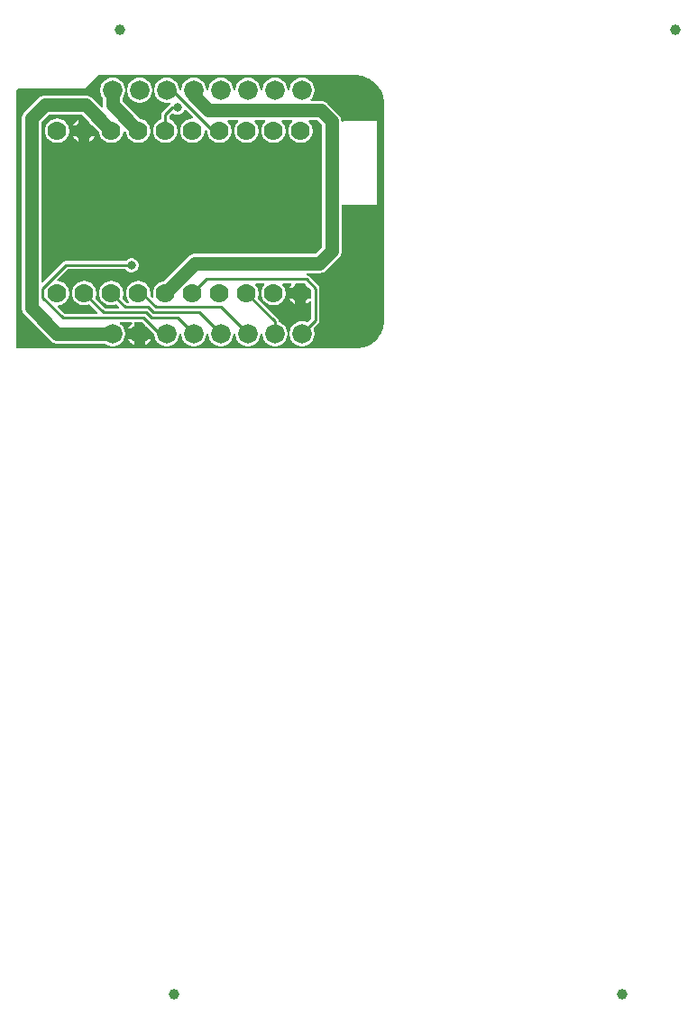
<source format=gtl>
G04 Layer: TopLayer*
G04 EasyEDA v6.4.25, 2021-10-09T00:25:21+02:00*
G04 2177c25503544fa0b13e01c7088fd064,4245c91a3b6e4cf7aa995480f5c7e4a3,10*
G04 Gerber Generator version 0.2*
G04 Scale: 100 percent, Rotated: No, Reflected: No *
G04 Dimensions in millimeters *
G04 leading zeros omitted , absolute positions ,4 integer and 5 decimal *
%FSLAX45Y45*%
%MOMM*%

%ADD11C,1.3000*%
%ADD12C,0.2500*%
%ADD13C,0.8000*%
%ADD14C,0.7000*%
%ADD15C,1.0000*%
%ADD16C,1.7780*%
%ADD17C,1.8288*%

%LPD*%
G36*
X734568Y17209008D02*
G01*
X730656Y17209770D01*
X727405Y17212005D01*
X725170Y17215256D01*
X724408Y17219168D01*
X724408Y19636232D01*
X725170Y19640143D01*
X727405Y19643394D01*
X730656Y19645630D01*
X734568Y19646392D01*
X1345793Y19646392D01*
X1349603Y19646696D01*
X1356664Y19648728D01*
X1361541Y19651472D01*
X1364792Y19654266D01*
X1480972Y19770394D01*
X1484274Y19772630D01*
X1488135Y19773392D01*
X3903472Y19773392D01*
X3909669Y19773950D01*
X3925620Y19773290D01*
X3946956Y19770699D01*
X3968089Y19766483D01*
X3988765Y19760641D01*
X4008932Y19753122D01*
X4028490Y19744131D01*
X4047236Y19733564D01*
X4065117Y19721576D01*
X4081983Y19708215D01*
X4097782Y19693585D01*
X4112361Y19677786D01*
X4125671Y19660870D01*
X4137558Y19642937D01*
X4148074Y19624141D01*
X4157065Y19604634D01*
X4164482Y19584416D01*
X4170273Y19563689D01*
X4174439Y19542556D01*
X4176928Y19521220D01*
X4177792Y19499427D01*
X4177792Y17483785D01*
X4176877Y17461179D01*
X4174337Y17439843D01*
X4170070Y17418710D01*
X4164228Y17398034D01*
X4156760Y17377867D01*
X4147718Y17358309D01*
X4137151Y17339564D01*
X4125163Y17321682D01*
X4111853Y17304816D01*
X4097223Y17289018D01*
X4081373Y17274438D01*
X4064457Y17261128D01*
X4046575Y17249241D01*
X4027779Y17238726D01*
X4008221Y17229734D01*
X3988003Y17222317D01*
X3967276Y17216526D01*
X3946194Y17212360D01*
X3924808Y17209871D01*
X3903014Y17209008D01*
G37*

%LPC*%
G36*
X1931670Y17243298D02*
G01*
X1936140Y17245380D01*
X1948586Y17253254D01*
X1959914Y17262652D01*
X1970024Y17273422D01*
X1978660Y17285309D01*
X1984603Y17296130D01*
X1931670Y17296130D01*
G37*
G36*
X1625600Y17230852D02*
G01*
X1640281Y17231817D01*
X1654759Y17234560D01*
X1668780Y17239132D01*
X1682140Y17245380D01*
X1694586Y17253254D01*
X1705914Y17262652D01*
X1716024Y17273422D01*
X1724660Y17285309D01*
X1731772Y17298263D01*
X1737207Y17311928D01*
X1740865Y17326203D01*
X1742693Y17340834D01*
X1742693Y17355566D01*
X1740865Y17370196D01*
X1737207Y17384471D01*
X1731772Y17398136D01*
X1724660Y17411090D01*
X1716024Y17422977D01*
X1705914Y17433747D01*
X1698701Y17439690D01*
X1696110Y17442891D01*
X1695043Y17446904D01*
X1695602Y17450968D01*
X1697786Y17454473D01*
X1701139Y17456861D01*
X1705203Y17457674D01*
X1799996Y17457674D01*
X1804060Y17456861D01*
X1807413Y17454473D01*
X1809597Y17450968D01*
X1810156Y17446904D01*
X1809089Y17442891D01*
X1806498Y17439690D01*
X1799285Y17433747D01*
X1789175Y17422977D01*
X1780539Y17411090D01*
X1774596Y17400270D01*
X1827530Y17400270D01*
X1827530Y17447514D01*
X1828292Y17451425D01*
X1830527Y17454727D01*
X1833778Y17456912D01*
X1837689Y17457674D01*
X1898650Y17457674D01*
X1902561Y17456912D01*
X1905863Y17454727D01*
X1928672Y17431867D01*
X1930907Y17428565D01*
X1931670Y17424704D01*
X1931670Y17400270D01*
X1956104Y17400270D01*
X1959965Y17399508D01*
X1963267Y17397272D01*
X2013559Y17346980D01*
X2015540Y17344288D01*
X2016455Y17341088D01*
X2018334Y17326203D01*
X2021992Y17311928D01*
X2027428Y17298263D01*
X2034539Y17285309D01*
X2043175Y17273422D01*
X2053285Y17262652D01*
X2064613Y17253254D01*
X2077059Y17245380D01*
X2090420Y17239132D01*
X2104440Y17234560D01*
X2118918Y17231817D01*
X2133600Y17230852D01*
X2148281Y17231817D01*
X2162759Y17234560D01*
X2176780Y17239132D01*
X2190140Y17245380D01*
X2202586Y17253254D01*
X2213914Y17262652D01*
X2224024Y17273422D01*
X2232660Y17285309D01*
X2239772Y17298263D01*
X2245207Y17311928D01*
X2248865Y17326203D01*
X2250541Y17339462D01*
X2251862Y17343374D01*
X2254707Y17346422D01*
X2258517Y17348098D01*
X2262682Y17348098D01*
X2266492Y17346422D01*
X2269337Y17343374D01*
X2270658Y17339462D01*
X2272334Y17326203D01*
X2275992Y17311928D01*
X2281428Y17298263D01*
X2288540Y17285309D01*
X2297176Y17273422D01*
X2307285Y17262652D01*
X2318613Y17253254D01*
X2331059Y17245380D01*
X2344420Y17239132D01*
X2358440Y17234560D01*
X2372918Y17231817D01*
X2387600Y17230852D01*
X2402281Y17231817D01*
X2416759Y17234560D01*
X2430780Y17239132D01*
X2444140Y17245380D01*
X2456586Y17253254D01*
X2467914Y17262652D01*
X2478024Y17273422D01*
X2486660Y17285309D01*
X2493772Y17298263D01*
X2499207Y17311928D01*
X2502865Y17326203D01*
X2504541Y17339462D01*
X2505862Y17343374D01*
X2508707Y17346422D01*
X2512517Y17348098D01*
X2516682Y17348098D01*
X2520492Y17346422D01*
X2523337Y17343374D01*
X2524658Y17339462D01*
X2526334Y17326203D01*
X2529992Y17311928D01*
X2535428Y17298263D01*
X2542540Y17285309D01*
X2551176Y17273422D01*
X2561285Y17262652D01*
X2572613Y17253254D01*
X2585059Y17245380D01*
X2598420Y17239132D01*
X2612440Y17234560D01*
X2626918Y17231817D01*
X2641600Y17230852D01*
X2656281Y17231817D01*
X2670759Y17234560D01*
X2684780Y17239132D01*
X2698140Y17245380D01*
X2710586Y17253254D01*
X2721914Y17262652D01*
X2732024Y17273422D01*
X2740660Y17285309D01*
X2747772Y17298263D01*
X2753207Y17311928D01*
X2756865Y17326203D01*
X2758541Y17339462D01*
X2759862Y17343374D01*
X2762707Y17346422D01*
X2766517Y17348098D01*
X2770682Y17348098D01*
X2774492Y17346422D01*
X2777337Y17343374D01*
X2778658Y17339462D01*
X2780334Y17326203D01*
X2783992Y17311928D01*
X2789428Y17298263D01*
X2796540Y17285309D01*
X2805176Y17273422D01*
X2815285Y17262652D01*
X2826613Y17253254D01*
X2839059Y17245380D01*
X2852420Y17239132D01*
X2866440Y17234560D01*
X2880918Y17231817D01*
X2895600Y17230852D01*
X2910281Y17231817D01*
X2924759Y17234560D01*
X2938780Y17239132D01*
X2952140Y17245380D01*
X2964586Y17253254D01*
X2975914Y17262652D01*
X2986024Y17273422D01*
X2994660Y17285309D01*
X3001772Y17298263D01*
X3007207Y17311928D01*
X3010865Y17326203D01*
X3012541Y17339462D01*
X3013862Y17343374D01*
X3016707Y17346422D01*
X3020517Y17348098D01*
X3024682Y17348098D01*
X3028492Y17346422D01*
X3031337Y17343374D01*
X3032658Y17339462D01*
X3034334Y17326203D01*
X3037992Y17311928D01*
X3043428Y17298263D01*
X3050540Y17285309D01*
X3059176Y17273422D01*
X3069285Y17262652D01*
X3080613Y17253254D01*
X3093059Y17245380D01*
X3106420Y17239132D01*
X3120440Y17234560D01*
X3134918Y17231817D01*
X3149600Y17230852D01*
X3164281Y17231817D01*
X3178759Y17234560D01*
X3192780Y17239132D01*
X3206140Y17245380D01*
X3218586Y17253254D01*
X3229914Y17262652D01*
X3240024Y17273422D01*
X3248660Y17285309D01*
X3255772Y17298263D01*
X3261207Y17311928D01*
X3264865Y17326203D01*
X3266541Y17339462D01*
X3267862Y17343374D01*
X3270707Y17346422D01*
X3274517Y17348098D01*
X3278682Y17348098D01*
X3282492Y17346422D01*
X3285337Y17343374D01*
X3286658Y17339462D01*
X3288334Y17326203D01*
X3291992Y17311928D01*
X3297428Y17298263D01*
X3304540Y17285309D01*
X3313176Y17273422D01*
X3323285Y17262652D01*
X3334613Y17253254D01*
X3347059Y17245380D01*
X3360420Y17239132D01*
X3374440Y17234560D01*
X3388918Y17231817D01*
X3403600Y17230852D01*
X3418281Y17231817D01*
X3432759Y17234560D01*
X3446779Y17239132D01*
X3460140Y17245380D01*
X3472586Y17253254D01*
X3483914Y17262652D01*
X3494024Y17273422D01*
X3502660Y17285309D01*
X3509772Y17298263D01*
X3515207Y17311928D01*
X3518865Y17326203D01*
X3520694Y17340834D01*
X3520694Y17355566D01*
X3518865Y17370196D01*
X3515207Y17384471D01*
X3511702Y17393310D01*
X3510991Y17397171D01*
X3511753Y17400981D01*
X3513937Y17404232D01*
X3558235Y17448530D01*
X3563315Y17454727D01*
X3566871Y17461331D01*
X3569055Y17468545D01*
X3569817Y17476520D01*
X3569817Y17771770D01*
X3569055Y17779746D01*
X3566871Y17786959D01*
X3563315Y17793563D01*
X3558235Y17799761D01*
X3470757Y17887238D01*
X3464560Y17892369D01*
X3457905Y17895874D01*
X3451606Y17897805D01*
X3447999Y17899786D01*
X3445459Y17902986D01*
X3444392Y17906949D01*
X3445001Y17911013D01*
X3447135Y17914518D01*
X3450539Y17916855D01*
X3454552Y17917668D01*
X3568446Y17917668D01*
X3578148Y17918176D01*
X3590391Y17920309D01*
X3593033Y17921020D01*
X3604768Y17925135D01*
X3615791Y17930825D01*
X3623767Y17936260D01*
X3625951Y17937988D01*
X3633165Y17944490D01*
X3747109Y18058434D01*
X3753612Y18065648D01*
X3755339Y18067832D01*
X3760774Y18075808D01*
X3766464Y18086832D01*
X3770579Y18098566D01*
X3771290Y18101208D01*
X3773424Y18113451D01*
X3773932Y18123154D01*
X3773932Y18547334D01*
X3774846Y18551550D01*
X3777487Y18555055D01*
X3781298Y18557087D01*
X3785666Y18557341D01*
X3791965Y18554700D01*
X4107434Y18554700D01*
X4108450Y18555716D01*
X4108450Y19341084D01*
X4107434Y19342100D01*
X3791965Y19342100D01*
X3785565Y19339204D01*
X3781348Y19339306D01*
X3777538Y19341084D01*
X3774795Y19344284D01*
X3773576Y19348297D01*
X3773068Y19354495D01*
X3771290Y19363791D01*
X3770579Y19366433D01*
X3766464Y19378168D01*
X3760774Y19389191D01*
X3755339Y19397167D01*
X3753612Y19399351D01*
X3747109Y19406565D01*
X3645865Y19507809D01*
X3638651Y19514312D01*
X3636467Y19516039D01*
X3628491Y19521474D01*
X3617468Y19527164D01*
X3605733Y19531279D01*
X3603091Y19531990D01*
X3590848Y19534124D01*
X3581146Y19534632D01*
X3494176Y19534632D01*
X3490366Y19535343D01*
X3487064Y19537527D01*
X3484879Y19540728D01*
X3484016Y19544538D01*
X3484727Y19548398D01*
X3486759Y19551700D01*
X3494024Y19559422D01*
X3502660Y19571309D01*
X3509772Y19584263D01*
X3515207Y19597928D01*
X3518865Y19612203D01*
X3520694Y19626834D01*
X3520694Y19641566D01*
X3518865Y19656196D01*
X3515207Y19670471D01*
X3509772Y19684136D01*
X3502660Y19697090D01*
X3494024Y19708977D01*
X3483914Y19719747D01*
X3472586Y19729145D01*
X3460140Y19737019D01*
X3446779Y19743267D01*
X3432759Y19747839D01*
X3418281Y19750582D01*
X3403600Y19751548D01*
X3388918Y19750582D01*
X3374440Y19747839D01*
X3360420Y19743267D01*
X3347059Y19737019D01*
X3334613Y19729145D01*
X3323285Y19719747D01*
X3313176Y19708977D01*
X3304540Y19697090D01*
X3297428Y19684136D01*
X3291992Y19670471D01*
X3288334Y19656196D01*
X3286658Y19642937D01*
X3285337Y19639026D01*
X3282492Y19635978D01*
X3278682Y19634301D01*
X3274517Y19634301D01*
X3270707Y19635978D01*
X3267862Y19639026D01*
X3266541Y19642937D01*
X3264865Y19656196D01*
X3261207Y19670471D01*
X3255772Y19684136D01*
X3248660Y19697090D01*
X3240024Y19708977D01*
X3229914Y19719747D01*
X3218586Y19729145D01*
X3206140Y19737019D01*
X3192780Y19743267D01*
X3178759Y19747839D01*
X3164281Y19750582D01*
X3149600Y19751548D01*
X3134918Y19750582D01*
X3120440Y19747839D01*
X3106420Y19743267D01*
X3093059Y19737019D01*
X3080613Y19729145D01*
X3069285Y19719747D01*
X3059176Y19708977D01*
X3050540Y19697090D01*
X3043428Y19684136D01*
X3037992Y19670471D01*
X3034334Y19656196D01*
X3032658Y19642937D01*
X3031337Y19639026D01*
X3028492Y19635978D01*
X3024682Y19634301D01*
X3020517Y19634301D01*
X3016707Y19635978D01*
X3013862Y19639026D01*
X3012541Y19642937D01*
X3010865Y19656196D01*
X3007207Y19670471D01*
X3001772Y19684136D01*
X2994660Y19697090D01*
X2986024Y19708977D01*
X2975914Y19719747D01*
X2964586Y19729145D01*
X2952140Y19737019D01*
X2938780Y19743267D01*
X2924759Y19747839D01*
X2910281Y19750582D01*
X2895600Y19751548D01*
X2880918Y19750582D01*
X2866440Y19747839D01*
X2852420Y19743267D01*
X2839059Y19737019D01*
X2826613Y19729145D01*
X2815285Y19719747D01*
X2805176Y19708977D01*
X2796540Y19697090D01*
X2789428Y19684136D01*
X2783992Y19670471D01*
X2780334Y19656196D01*
X2778658Y19642937D01*
X2777337Y19639026D01*
X2774492Y19635978D01*
X2770682Y19634301D01*
X2766517Y19634301D01*
X2762707Y19635978D01*
X2759862Y19639026D01*
X2758541Y19642937D01*
X2756865Y19656196D01*
X2753207Y19670471D01*
X2747772Y19684136D01*
X2740660Y19697090D01*
X2732024Y19708977D01*
X2721914Y19719747D01*
X2710586Y19729145D01*
X2698140Y19737019D01*
X2684780Y19743267D01*
X2670759Y19747839D01*
X2656281Y19750582D01*
X2641600Y19751548D01*
X2626918Y19750582D01*
X2612440Y19747839D01*
X2598420Y19743267D01*
X2585059Y19737019D01*
X2572613Y19729145D01*
X2561285Y19719747D01*
X2551176Y19708977D01*
X2542540Y19697090D01*
X2535428Y19684136D01*
X2529992Y19670471D01*
X2526334Y19656196D01*
X2524658Y19642937D01*
X2523337Y19639026D01*
X2520492Y19635978D01*
X2516682Y19634301D01*
X2512517Y19634301D01*
X2508707Y19635978D01*
X2505862Y19639026D01*
X2504541Y19642937D01*
X2502865Y19656196D01*
X2499207Y19670471D01*
X2493772Y19684136D01*
X2486660Y19697090D01*
X2478024Y19708977D01*
X2467914Y19719747D01*
X2456586Y19729145D01*
X2444140Y19737019D01*
X2430780Y19743267D01*
X2416759Y19747839D01*
X2402281Y19750582D01*
X2387600Y19751548D01*
X2372918Y19750582D01*
X2358440Y19747839D01*
X2344420Y19743267D01*
X2331059Y19737019D01*
X2318613Y19729145D01*
X2307285Y19719747D01*
X2297176Y19708977D01*
X2288540Y19697090D01*
X2281428Y19684136D01*
X2275992Y19670471D01*
X2272334Y19656196D01*
X2270658Y19642937D01*
X2269337Y19639026D01*
X2266492Y19635978D01*
X2262682Y19634301D01*
X2258517Y19634301D01*
X2254707Y19635978D01*
X2251862Y19639026D01*
X2250541Y19642937D01*
X2248865Y19656196D01*
X2245207Y19670471D01*
X2239772Y19684136D01*
X2232660Y19697090D01*
X2224024Y19708977D01*
X2213914Y19719747D01*
X2202586Y19729145D01*
X2190140Y19737019D01*
X2176780Y19743267D01*
X2162759Y19747839D01*
X2148281Y19750582D01*
X2133600Y19751548D01*
X2118918Y19750582D01*
X2104440Y19747839D01*
X2090420Y19743267D01*
X2077059Y19737019D01*
X2064613Y19729145D01*
X2053285Y19719747D01*
X2043175Y19708977D01*
X2034539Y19697090D01*
X2027428Y19684136D01*
X2021992Y19670471D01*
X2018334Y19656196D01*
X2016658Y19642937D01*
X2015337Y19639026D01*
X2012492Y19635978D01*
X2008682Y19634301D01*
X2004517Y19634301D01*
X2000707Y19635978D01*
X1997862Y19639026D01*
X1996541Y19642937D01*
X1994865Y19656196D01*
X1991207Y19670471D01*
X1985772Y19684136D01*
X1978660Y19697090D01*
X1970024Y19708977D01*
X1959914Y19719747D01*
X1948586Y19729145D01*
X1936140Y19737019D01*
X1922780Y19743267D01*
X1908759Y19747839D01*
X1894281Y19750582D01*
X1879600Y19751548D01*
X1864918Y19750582D01*
X1850440Y19747839D01*
X1836420Y19743267D01*
X1823059Y19737019D01*
X1810613Y19729145D01*
X1799285Y19719747D01*
X1789175Y19708977D01*
X1780539Y19697090D01*
X1773428Y19684136D01*
X1767992Y19670471D01*
X1764334Y19656196D01*
X1762658Y19642937D01*
X1761337Y19639026D01*
X1758492Y19635978D01*
X1754682Y19634301D01*
X1750517Y19634301D01*
X1746707Y19635978D01*
X1743862Y19639026D01*
X1742541Y19642937D01*
X1740865Y19656196D01*
X1737207Y19670471D01*
X1731772Y19684136D01*
X1724660Y19697090D01*
X1716024Y19708977D01*
X1705914Y19719747D01*
X1694586Y19729145D01*
X1682140Y19737019D01*
X1668780Y19743267D01*
X1654759Y19747839D01*
X1640281Y19750582D01*
X1625600Y19751548D01*
X1610918Y19750582D01*
X1596440Y19747839D01*
X1582420Y19743267D01*
X1569059Y19737019D01*
X1556613Y19729145D01*
X1545285Y19719747D01*
X1535176Y19708977D01*
X1526540Y19697090D01*
X1519428Y19684136D01*
X1513992Y19670471D01*
X1510334Y19656196D01*
X1508506Y19641566D01*
X1508506Y19626834D01*
X1510334Y19612203D01*
X1513992Y19597928D01*
X1519428Y19584263D01*
X1526540Y19571309D01*
X1532737Y19562775D01*
X1534210Y19559930D01*
X1534668Y19556831D01*
X1534668Y19494754D01*
X1535226Y19484492D01*
X1534617Y19480479D01*
X1532534Y19477024D01*
X1529232Y19474637D01*
X1525270Y19473773D01*
X1521307Y19474535D01*
X1517904Y19476770D01*
X1436065Y19558609D01*
X1428851Y19565112D01*
X1426667Y19566839D01*
X1418691Y19572274D01*
X1407668Y19577964D01*
X1395933Y19582079D01*
X1393291Y19582790D01*
X1381048Y19584924D01*
X1371346Y19585432D01*
X990853Y19585432D01*
X981151Y19584924D01*
X968908Y19582790D01*
X966266Y19582079D01*
X954532Y19577964D01*
X943508Y19572274D01*
X935532Y19566839D01*
X933348Y19565112D01*
X926134Y19558609D01*
X799490Y19431965D01*
X792988Y19424751D01*
X791260Y19422567D01*
X785825Y19414591D01*
X780135Y19403568D01*
X776020Y19391833D01*
X775309Y19389191D01*
X773176Y19376948D01*
X772668Y19367246D01*
X772668Y17589754D01*
X773176Y17580051D01*
X775309Y17567808D01*
X776020Y17565166D01*
X780135Y17553432D01*
X785825Y17542408D01*
X791260Y17534432D01*
X792988Y17532248D01*
X799490Y17525034D01*
X1040434Y17284090D01*
X1047648Y17277588D01*
X1049832Y17275860D01*
X1057808Y17270425D01*
X1068832Y17264735D01*
X1080566Y17260620D01*
X1083208Y17259909D01*
X1095451Y17257776D01*
X1105154Y17257268D01*
X1548130Y17257268D01*
X1551584Y17256709D01*
X1554581Y17254982D01*
X1556613Y17253254D01*
X1569059Y17245380D01*
X1582420Y17239132D01*
X1596440Y17234560D01*
X1610918Y17231817D01*
G37*
G36*
X1827530Y17243298D02*
G01*
X1827530Y17296130D01*
X1774596Y17296130D01*
X1780539Y17285309D01*
X1789175Y17273422D01*
X1799285Y17262652D01*
X1810613Y17253254D01*
X1823059Y17245380D01*
G37*

%LPD*%
G36*
X1177696Y17534483D02*
G01*
X1173784Y17535296D01*
X1170533Y17537480D01*
X1110132Y17597882D01*
X1107744Y17601692D01*
X1107186Y17606162D01*
X1108659Y17610378D01*
X1111808Y17613579D01*
X1116025Y17615154D01*
X1126388Y17616424D01*
X1140358Y17620030D01*
X1153769Y17625314D01*
X1166418Y17632273D01*
X1178052Y17640757D01*
X1188567Y17650612D01*
X1197762Y17661737D01*
X1205484Y17673878D01*
X1211630Y17686934D01*
X1216101Y17700650D01*
X1218793Y17714823D01*
X1219708Y17729200D01*
X1218793Y17743576D01*
X1216101Y17757749D01*
X1211630Y17771465D01*
X1205484Y17784521D01*
X1197762Y17796662D01*
X1188567Y17807787D01*
X1178052Y17817642D01*
X1166418Y17826126D01*
X1153769Y17833086D01*
X1140358Y17838369D01*
X1126388Y17841976D01*
X1113332Y17843601D01*
X1109116Y17845125D01*
X1105966Y17848326D01*
X1104493Y17852593D01*
X1105052Y17857063D01*
X1107440Y17860873D01*
X1196594Y17950027D01*
X1199896Y17952212D01*
X1203807Y17953024D01*
X1746250Y17953024D01*
X1749348Y17952516D01*
X1752142Y17951145D01*
X1755292Y17947741D01*
X1762963Y17940375D01*
X1771700Y17934381D01*
X1781251Y17929809D01*
X1791462Y17926862D01*
X1801977Y17925592D01*
X1812543Y17925999D01*
X1822957Y17928132D01*
X1832864Y17931892D01*
X1842058Y17937226D01*
X1850237Y17943931D01*
X1857298Y17951856D01*
X1862937Y17960797D01*
X1867103Y17970550D01*
X1869643Y17980863D01*
X1870506Y17991429D01*
X1869643Y18001996D01*
X1867103Y18012257D01*
X1862937Y18022011D01*
X1857298Y18031002D01*
X1850237Y18038927D01*
X1842058Y18045633D01*
X1832864Y18050916D01*
X1822957Y18054675D01*
X1812543Y18056809D01*
X1801977Y18057215D01*
X1791462Y18055945D01*
X1781251Y18052999D01*
X1771700Y18048478D01*
X1762963Y18042432D01*
X1755292Y18035117D01*
X1752142Y18031714D01*
X1749348Y18030291D01*
X1746250Y18029834D01*
X1184148Y18029834D01*
X1176172Y18029021D01*
X1169009Y18026837D01*
X1162354Y18023332D01*
X1156157Y18018201D01*
X971854Y17833898D01*
X968552Y17831714D01*
X964692Y17830952D01*
X960780Y17831714D01*
X957478Y17833898D01*
X955294Y17837200D01*
X954532Y17841112D01*
X954532Y19325640D01*
X955294Y19329501D01*
X957478Y19332803D01*
X1025296Y19400621D01*
X1028598Y19402806D01*
X1032459Y19403568D01*
X1329740Y19403568D01*
X1333601Y19402806D01*
X1336903Y19400621D01*
X1406702Y19330822D01*
X1408938Y19327520D01*
X1409700Y19323608D01*
X1409700Y19304000D01*
X1429308Y19304000D01*
X1433220Y19303238D01*
X1436522Y19301002D01*
X1496872Y19240652D01*
X1498650Y19238214D01*
X1499666Y19235369D01*
X1501698Y19224650D01*
X1506169Y19210934D01*
X1512316Y19197878D01*
X1520037Y19185737D01*
X1529232Y19174612D01*
X1539748Y19164757D01*
X1551381Y19156273D01*
X1564030Y19149314D01*
X1577441Y19144030D01*
X1591411Y19140424D01*
X1605686Y19138646D01*
X1620113Y19138646D01*
X1634388Y19140424D01*
X1648358Y19144030D01*
X1661769Y19149314D01*
X1674418Y19156273D01*
X1686052Y19164757D01*
X1696567Y19174612D01*
X1705762Y19185737D01*
X1713484Y19197878D01*
X1719630Y19210934D01*
X1724101Y19224650D01*
X1726793Y19238823D01*
X1726895Y19240754D01*
X1727860Y19244513D01*
X1730146Y19247612D01*
X1733448Y19249644D01*
X1737258Y19250304D01*
X1741017Y19249491D01*
X1744218Y19247307D01*
X1750872Y19240652D01*
X1752650Y19238214D01*
X1753666Y19235369D01*
X1755698Y19224650D01*
X1760169Y19210934D01*
X1766316Y19197878D01*
X1774037Y19185737D01*
X1783232Y19174612D01*
X1793748Y19164757D01*
X1805381Y19156273D01*
X1818030Y19149314D01*
X1831441Y19144030D01*
X1845411Y19140424D01*
X1859686Y19138646D01*
X1874113Y19138646D01*
X1888388Y19140424D01*
X1902358Y19144030D01*
X1915769Y19149314D01*
X1928418Y19156273D01*
X1940052Y19164757D01*
X1950567Y19174612D01*
X1959762Y19185737D01*
X1967484Y19197878D01*
X1973630Y19210934D01*
X1978101Y19224650D01*
X1980793Y19238823D01*
X1981707Y19253200D01*
X1980793Y19267576D01*
X1978101Y19281749D01*
X1973630Y19295465D01*
X1967484Y19308521D01*
X1959762Y19320662D01*
X1950567Y19331787D01*
X1940052Y19341642D01*
X1928418Y19350126D01*
X1915769Y19357086D01*
X1902358Y19362369D01*
X1888388Y19365976D01*
X1885340Y19366331D01*
X1882139Y19367296D01*
X1879447Y19369227D01*
X1719478Y19529196D01*
X1717293Y19532498D01*
X1716532Y19536359D01*
X1716532Y19556831D01*
X1716989Y19559930D01*
X1718462Y19562775D01*
X1724660Y19571309D01*
X1731772Y19584263D01*
X1737207Y19597928D01*
X1740865Y19612203D01*
X1742541Y19625462D01*
X1743862Y19629374D01*
X1746707Y19632422D01*
X1750517Y19634098D01*
X1754682Y19634098D01*
X1758492Y19632422D01*
X1761337Y19629374D01*
X1762658Y19625462D01*
X1764334Y19612203D01*
X1767992Y19597928D01*
X1773428Y19584263D01*
X1780539Y19571309D01*
X1789175Y19559422D01*
X1799285Y19548652D01*
X1810613Y19539254D01*
X1823059Y19531380D01*
X1836420Y19525132D01*
X1850440Y19520560D01*
X1864918Y19517817D01*
X1879600Y19516852D01*
X1894281Y19517817D01*
X1908759Y19520560D01*
X1922780Y19525132D01*
X1936140Y19531380D01*
X1948586Y19539254D01*
X1959914Y19548652D01*
X1970024Y19559422D01*
X1978660Y19571309D01*
X1985772Y19584263D01*
X1991207Y19597928D01*
X1994865Y19612203D01*
X1996541Y19625462D01*
X1997862Y19629374D01*
X2000707Y19632422D01*
X2004517Y19634098D01*
X2008682Y19634098D01*
X2012492Y19632422D01*
X2015337Y19629374D01*
X2016658Y19625462D01*
X2018334Y19612203D01*
X2021992Y19597928D01*
X2027428Y19584263D01*
X2034539Y19571309D01*
X2043175Y19559422D01*
X2053285Y19548652D01*
X2064613Y19539254D01*
X2077059Y19531380D01*
X2090420Y19525132D01*
X2104440Y19520560D01*
X2118918Y19517817D01*
X2133600Y19516852D01*
X2148281Y19517817D01*
X2155037Y19519087D01*
X2159508Y19518934D01*
X2163419Y19516902D01*
X2166162Y19513397D01*
X2167128Y19509079D01*
X2166112Y19504761D01*
X2163419Y19501256D01*
X2156866Y19495922D01*
X2094077Y19433133D01*
X2088997Y19426936D01*
X2085441Y19420281D01*
X2083257Y19413067D01*
X2082495Y19405092D01*
X2082495Y19368109D01*
X2081682Y19364198D01*
X2079447Y19360845D01*
X2076094Y19358660D01*
X2072030Y19357086D01*
X2059381Y19350126D01*
X2047748Y19341642D01*
X2037232Y19331787D01*
X2028037Y19320662D01*
X2020316Y19308521D01*
X2014169Y19295465D01*
X2009698Y19281749D01*
X2007006Y19267576D01*
X2006092Y19253200D01*
X2007006Y19238823D01*
X2009698Y19224650D01*
X2014169Y19210934D01*
X2020316Y19197878D01*
X2028037Y19185737D01*
X2037232Y19174612D01*
X2047748Y19164757D01*
X2059381Y19156273D01*
X2072030Y19149314D01*
X2085441Y19144030D01*
X2099411Y19140424D01*
X2113686Y19138646D01*
X2128113Y19138646D01*
X2142388Y19140424D01*
X2156358Y19144030D01*
X2169769Y19149314D01*
X2182418Y19156273D01*
X2194052Y19164757D01*
X2204567Y19174612D01*
X2213762Y19185737D01*
X2221484Y19197878D01*
X2227630Y19210934D01*
X2232101Y19224650D01*
X2234793Y19238823D01*
X2235708Y19253200D01*
X2234793Y19267576D01*
X2232101Y19281749D01*
X2227630Y19295465D01*
X2221484Y19308521D01*
X2213762Y19320662D01*
X2204567Y19331787D01*
X2194052Y19341642D01*
X2182418Y19350126D01*
X2169769Y19357086D01*
X2165705Y19358660D01*
X2162352Y19360845D01*
X2160117Y19364198D01*
X2159304Y19368109D01*
X2159304Y19385483D01*
X2160066Y19389394D01*
X2162302Y19392646D01*
X2184095Y19414490D01*
X2186990Y19416471D01*
X2190343Y19417385D01*
X2193848Y19417131D01*
X2197049Y19415658D01*
X2202281Y19412051D01*
X2211832Y19407530D01*
X2222042Y19404533D01*
X2232558Y19403263D01*
X2243124Y19403720D01*
X2253538Y19405803D01*
X2263444Y19409562D01*
X2272639Y19414896D01*
X2280818Y19421602D01*
X2287879Y19429526D01*
X2293518Y19438467D01*
X2296617Y19445782D01*
X2298852Y19449034D01*
X2302154Y19451218D01*
X2306015Y19451980D01*
X2309876Y19451167D01*
X2313178Y19448983D01*
X2377033Y19385127D01*
X2379268Y19381825D01*
X2380030Y19377914D01*
X2379268Y19374053D01*
X2377033Y19370751D01*
X2373782Y19368516D01*
X2369870Y19367754D01*
X2367686Y19367754D01*
X2353411Y19365976D01*
X2339441Y19362369D01*
X2326030Y19357086D01*
X2313381Y19350126D01*
X2301748Y19341642D01*
X2291232Y19331787D01*
X2282037Y19320662D01*
X2274316Y19308521D01*
X2268169Y19295465D01*
X2263698Y19281749D01*
X2261006Y19267576D01*
X2260092Y19253200D01*
X2261006Y19238823D01*
X2263698Y19224650D01*
X2268169Y19210934D01*
X2274316Y19197878D01*
X2282037Y19185737D01*
X2291232Y19174612D01*
X2301748Y19164757D01*
X2313381Y19156273D01*
X2326030Y19149314D01*
X2339441Y19144030D01*
X2353411Y19140424D01*
X2367686Y19138646D01*
X2382113Y19138646D01*
X2396388Y19140424D01*
X2410358Y19144030D01*
X2423769Y19149314D01*
X2436418Y19156273D01*
X2448052Y19164757D01*
X2458567Y19174612D01*
X2467762Y19185737D01*
X2475484Y19197878D01*
X2481630Y19210934D01*
X2486101Y19224650D01*
X2488793Y19238823D01*
X2489403Y19248882D01*
X2490368Y19252590D01*
X2492654Y19255740D01*
X2495956Y19257721D01*
X2499766Y19258381D01*
X2503525Y19257568D01*
X2506726Y19255435D01*
X2511755Y19250406D01*
X2513838Y19247408D01*
X2514701Y19243852D01*
X2515006Y19238823D01*
X2517698Y19224650D01*
X2522169Y19210934D01*
X2528316Y19197878D01*
X2536037Y19185737D01*
X2545232Y19174612D01*
X2555748Y19164757D01*
X2567381Y19156273D01*
X2580030Y19149314D01*
X2593441Y19144030D01*
X2607411Y19140424D01*
X2621686Y19138646D01*
X2636113Y19138646D01*
X2650388Y19140424D01*
X2664358Y19144030D01*
X2677769Y19149314D01*
X2690418Y19156273D01*
X2702052Y19164757D01*
X2712567Y19174612D01*
X2721762Y19185737D01*
X2729484Y19197878D01*
X2735630Y19210934D01*
X2740101Y19224650D01*
X2742793Y19238823D01*
X2743708Y19253200D01*
X2742793Y19267576D01*
X2740101Y19281749D01*
X2735630Y19295465D01*
X2729484Y19308521D01*
X2721762Y19320662D01*
X2712567Y19331787D01*
X2708910Y19335242D01*
X2706573Y19338493D01*
X2705709Y19342404D01*
X2706420Y19346367D01*
X2708605Y19349720D01*
X2711907Y19352006D01*
X2715869Y19352768D01*
X2795930Y19352768D01*
X2799892Y19352006D01*
X2803194Y19349720D01*
X2805379Y19346367D01*
X2806090Y19342404D01*
X2805226Y19338493D01*
X2802890Y19335242D01*
X2799232Y19331787D01*
X2790037Y19320662D01*
X2782316Y19308521D01*
X2776169Y19295465D01*
X2771698Y19281749D01*
X2769006Y19267576D01*
X2768092Y19253200D01*
X2769006Y19238823D01*
X2771698Y19224650D01*
X2776169Y19210934D01*
X2782316Y19197878D01*
X2790037Y19185737D01*
X2799232Y19174612D01*
X2809748Y19164757D01*
X2821381Y19156273D01*
X2834030Y19149314D01*
X2847441Y19144030D01*
X2861411Y19140424D01*
X2875686Y19138646D01*
X2890113Y19138646D01*
X2904388Y19140424D01*
X2918358Y19144030D01*
X2931769Y19149314D01*
X2944418Y19156273D01*
X2956052Y19164757D01*
X2966567Y19174612D01*
X2975762Y19185737D01*
X2983484Y19197878D01*
X2989630Y19210934D01*
X2994101Y19224650D01*
X2996793Y19238823D01*
X2997708Y19253200D01*
X2996793Y19267576D01*
X2994101Y19281749D01*
X2989630Y19295465D01*
X2983484Y19308521D01*
X2975762Y19320662D01*
X2966567Y19331787D01*
X2962910Y19335242D01*
X2960573Y19338493D01*
X2959709Y19342404D01*
X2960420Y19346367D01*
X2962605Y19349720D01*
X2965907Y19352006D01*
X2969869Y19352768D01*
X3049930Y19352768D01*
X3053892Y19352006D01*
X3057194Y19349720D01*
X3059379Y19346367D01*
X3060090Y19342404D01*
X3059226Y19338493D01*
X3056890Y19335242D01*
X3053232Y19331787D01*
X3044037Y19320662D01*
X3036316Y19308521D01*
X3030169Y19295465D01*
X3025698Y19281749D01*
X3023006Y19267576D01*
X3022092Y19253200D01*
X3023006Y19238823D01*
X3025698Y19224650D01*
X3030169Y19210934D01*
X3036316Y19197878D01*
X3044037Y19185737D01*
X3053232Y19174612D01*
X3063748Y19164757D01*
X3075381Y19156273D01*
X3088030Y19149314D01*
X3101441Y19144030D01*
X3115411Y19140424D01*
X3129686Y19138646D01*
X3144113Y19138646D01*
X3158388Y19140424D01*
X3172358Y19144030D01*
X3185769Y19149314D01*
X3198418Y19156273D01*
X3210052Y19164757D01*
X3220567Y19174612D01*
X3229762Y19185737D01*
X3237484Y19197878D01*
X3243630Y19210934D01*
X3248101Y19224650D01*
X3250793Y19238823D01*
X3251708Y19253200D01*
X3250793Y19267576D01*
X3248101Y19281749D01*
X3243630Y19295465D01*
X3237484Y19308521D01*
X3229762Y19320662D01*
X3220567Y19331787D01*
X3216910Y19335242D01*
X3214573Y19338493D01*
X3213709Y19342404D01*
X3214420Y19346367D01*
X3216605Y19349720D01*
X3219907Y19352006D01*
X3223869Y19352768D01*
X3303930Y19352768D01*
X3307892Y19352006D01*
X3311194Y19349720D01*
X3313379Y19346367D01*
X3314090Y19342404D01*
X3313226Y19338493D01*
X3310890Y19335242D01*
X3307232Y19331787D01*
X3298037Y19320662D01*
X3290315Y19308521D01*
X3284169Y19295465D01*
X3279698Y19281749D01*
X3277006Y19267576D01*
X3276092Y19253200D01*
X3277006Y19238823D01*
X3279698Y19224650D01*
X3284169Y19210934D01*
X3290315Y19197878D01*
X3298037Y19185737D01*
X3307232Y19174612D01*
X3317748Y19164757D01*
X3329381Y19156273D01*
X3342030Y19149314D01*
X3355441Y19144030D01*
X3369411Y19140424D01*
X3383686Y19138646D01*
X3398113Y19138646D01*
X3412388Y19140424D01*
X3426358Y19144030D01*
X3439769Y19149314D01*
X3452418Y19156273D01*
X3464051Y19164757D01*
X3474567Y19174612D01*
X3483762Y19185737D01*
X3491484Y19197878D01*
X3497630Y19210934D01*
X3502101Y19224650D01*
X3504793Y19238823D01*
X3505708Y19253200D01*
X3504793Y19267576D01*
X3502101Y19281749D01*
X3497630Y19295465D01*
X3491484Y19308521D01*
X3483762Y19320662D01*
X3474567Y19331787D01*
X3470910Y19335242D01*
X3468573Y19338493D01*
X3467709Y19342404D01*
X3468420Y19346367D01*
X3470605Y19349720D01*
X3473907Y19352006D01*
X3477869Y19352768D01*
X3539540Y19352768D01*
X3543401Y19352006D01*
X3546703Y19349821D01*
X3589121Y19307403D01*
X3591306Y19304101D01*
X3592068Y19300240D01*
X3592068Y18164759D01*
X3591306Y18160898D01*
X3589121Y18157596D01*
X3534003Y18102478D01*
X3530701Y18100294D01*
X3526840Y18099532D01*
X2400554Y18099532D01*
X2390851Y18099024D01*
X2378608Y18096890D01*
X2375966Y18096179D01*
X2364232Y18092064D01*
X2353208Y18086374D01*
X2345232Y18080939D01*
X2343048Y18079212D01*
X2335834Y18072709D01*
X2108352Y17845227D01*
X2105660Y17843296D01*
X2102459Y17842331D01*
X2099411Y17841976D01*
X2085441Y17838369D01*
X2072030Y17833086D01*
X2059381Y17826126D01*
X2047748Y17817642D01*
X2037232Y17807787D01*
X2028037Y17796662D01*
X2020316Y17784521D01*
X2014169Y17771465D01*
X2009698Y17757749D01*
X2007006Y17743576D01*
X2006092Y17729200D01*
X2007006Y17714823D01*
X2009648Y17701006D01*
X2009546Y17696688D01*
X2007717Y17692878D01*
X2004415Y17690084D01*
X2000300Y17688966D01*
X1996084Y17689576D01*
X1992477Y17691912D01*
X1982774Y17701615D01*
X1980895Y17704257D01*
X1979930Y17707406D01*
X1979980Y17710708D01*
X1980793Y17714823D01*
X1981707Y17729200D01*
X1980793Y17743576D01*
X1978101Y17757749D01*
X1973630Y17771465D01*
X1967484Y17784521D01*
X1959762Y17796662D01*
X1950567Y17807787D01*
X1940052Y17817642D01*
X1928418Y17826126D01*
X1915769Y17833086D01*
X1902358Y17838369D01*
X1888388Y17841976D01*
X1874113Y17843754D01*
X1859686Y17843754D01*
X1845411Y17841976D01*
X1831441Y17838369D01*
X1818030Y17833086D01*
X1805381Y17826126D01*
X1793748Y17817642D01*
X1783232Y17807787D01*
X1774037Y17796662D01*
X1766316Y17784521D01*
X1760169Y17771465D01*
X1755698Y17757749D01*
X1753006Y17743576D01*
X1752092Y17729200D01*
X1753006Y17714823D01*
X1755698Y17700650D01*
X1760169Y17686934D01*
X1766316Y17673878D01*
X1774037Y17661737D01*
X1781606Y17652593D01*
X1783435Y17649240D01*
X1783892Y17645481D01*
X1782978Y17641773D01*
X1780743Y17638725D01*
X1777492Y17636642D01*
X1773783Y17635931D01*
X1764690Y17635931D01*
X1760778Y17636744D01*
X1757527Y17638928D01*
X1721408Y17674996D01*
X1719173Y17678450D01*
X1718462Y17682514D01*
X1719630Y17686934D01*
X1724101Y17700650D01*
X1726793Y17714823D01*
X1727707Y17729200D01*
X1726793Y17743576D01*
X1724101Y17757749D01*
X1719630Y17771465D01*
X1713484Y17784521D01*
X1705762Y17796662D01*
X1696567Y17807787D01*
X1686052Y17817642D01*
X1674418Y17826126D01*
X1661769Y17833086D01*
X1648358Y17838369D01*
X1634388Y17841976D01*
X1620113Y17843754D01*
X1605686Y17843754D01*
X1591411Y17841976D01*
X1577441Y17838369D01*
X1564030Y17833086D01*
X1551381Y17826126D01*
X1539748Y17817642D01*
X1529232Y17807787D01*
X1520037Y17796662D01*
X1512316Y17784521D01*
X1506169Y17771465D01*
X1501698Y17757749D01*
X1499006Y17743576D01*
X1498092Y17729200D01*
X1499006Y17714823D01*
X1501698Y17700650D01*
X1506169Y17686934D01*
X1512316Y17673878D01*
X1520037Y17661737D01*
X1529232Y17650612D01*
X1539748Y17640757D01*
X1551381Y17632273D01*
X1564030Y17625314D01*
X1577441Y17620030D01*
X1591411Y17616424D01*
X1605686Y17614646D01*
X1620113Y17614646D01*
X1634388Y17616424D01*
X1648358Y17620030D01*
X1656080Y17623078D01*
X1659889Y17623790D01*
X1663750Y17622977D01*
X1667002Y17620792D01*
X1685239Y17602555D01*
X1687423Y17599253D01*
X1688185Y17595392D01*
X1687423Y17591481D01*
X1685239Y17588179D01*
X1681937Y17585994D01*
X1678025Y17585232D01*
X1561439Y17585232D01*
X1557528Y17585994D01*
X1554226Y17588179D01*
X1467408Y17674996D01*
X1465173Y17678450D01*
X1464462Y17682514D01*
X1465630Y17686934D01*
X1470101Y17700650D01*
X1472793Y17714823D01*
X1473708Y17729200D01*
X1472793Y17743576D01*
X1470101Y17757749D01*
X1465630Y17771465D01*
X1459484Y17784521D01*
X1451762Y17796662D01*
X1442567Y17807787D01*
X1432052Y17817642D01*
X1420418Y17826126D01*
X1407769Y17833086D01*
X1394358Y17838369D01*
X1380388Y17841976D01*
X1366113Y17843754D01*
X1351686Y17843754D01*
X1337411Y17841976D01*
X1323441Y17838369D01*
X1310030Y17833086D01*
X1297381Y17826126D01*
X1285748Y17817642D01*
X1275232Y17807787D01*
X1266037Y17796662D01*
X1258316Y17784521D01*
X1252169Y17771465D01*
X1247698Y17757749D01*
X1245006Y17743576D01*
X1244092Y17729200D01*
X1245006Y17714823D01*
X1247698Y17700650D01*
X1252169Y17686934D01*
X1258316Y17673878D01*
X1266037Y17661737D01*
X1275232Y17650612D01*
X1285748Y17640757D01*
X1297381Y17632273D01*
X1310030Y17625314D01*
X1323441Y17620030D01*
X1337411Y17616424D01*
X1351686Y17614646D01*
X1366113Y17614646D01*
X1380388Y17616424D01*
X1394358Y17620030D01*
X1402080Y17623078D01*
X1405890Y17623790D01*
X1409750Y17622977D01*
X1413002Y17620792D01*
X1481937Y17551857D01*
X1484172Y17548555D01*
X1484934Y17544643D01*
X1484172Y17540782D01*
X1481937Y17537480D01*
X1478635Y17535296D01*
X1474774Y17534483D01*
G37*

%LPC*%
G36*
X1097686Y19138646D02*
G01*
X1112113Y19138646D01*
X1126388Y19140424D01*
X1140358Y19144030D01*
X1153769Y19149314D01*
X1166418Y19156273D01*
X1178052Y19164757D01*
X1188567Y19174612D01*
X1197762Y19185737D01*
X1205484Y19197878D01*
X1211630Y19210934D01*
X1216101Y19224650D01*
X1218793Y19238823D01*
X1219708Y19253200D01*
X1218793Y19267576D01*
X1216101Y19281749D01*
X1211630Y19295465D01*
X1205484Y19308521D01*
X1197762Y19320662D01*
X1188567Y19331787D01*
X1178052Y19341642D01*
X1166418Y19350126D01*
X1153769Y19357086D01*
X1140358Y19362369D01*
X1126388Y19365976D01*
X1112113Y19367754D01*
X1097686Y19367754D01*
X1083411Y19365976D01*
X1069441Y19362369D01*
X1056030Y19357086D01*
X1043381Y19350126D01*
X1031748Y19341642D01*
X1021232Y19331787D01*
X1012037Y19320662D01*
X1004316Y19308521D01*
X998169Y19295465D01*
X993698Y19281749D01*
X991006Y19267576D01*
X990092Y19253200D01*
X991006Y19238823D01*
X993698Y19224650D01*
X998169Y19210934D01*
X1004316Y19197878D01*
X1012037Y19185737D01*
X1021232Y19174612D01*
X1031748Y19164757D01*
X1043381Y19156273D01*
X1056030Y19149314D01*
X1069441Y19144030D01*
X1083411Y19140424D01*
G37*
G36*
X1308100Y19150380D02*
G01*
X1308100Y19202400D01*
X1256182Y19202400D01*
X1258316Y19197878D01*
X1266037Y19185737D01*
X1275232Y19174612D01*
X1285748Y19164757D01*
X1297381Y19156273D01*
G37*
G36*
X1409700Y19150380D02*
G01*
X1420418Y19156273D01*
X1432052Y19164757D01*
X1442567Y19174612D01*
X1451762Y19185737D01*
X1459484Y19197878D01*
X1461617Y19202400D01*
X1409700Y19202400D01*
G37*
G36*
X1256182Y19304000D02*
G01*
X1308100Y19304000D01*
X1308100Y19356019D01*
X1297381Y19350126D01*
X1285748Y19341642D01*
X1275232Y19331787D01*
X1266037Y19320662D01*
X1258316Y19308521D01*
G37*

%LPD*%
G36*
X3274517Y17348301D02*
G01*
X3270707Y17349978D01*
X3267862Y17353026D01*
X3266541Y17356937D01*
X3264865Y17370196D01*
X3261207Y17384471D01*
X3255772Y17398136D01*
X3248660Y17411090D01*
X3240024Y17422977D01*
X3229914Y17433747D01*
X3218586Y17443145D01*
X3206140Y17451019D01*
X3193491Y17456962D01*
X3190646Y17458944D01*
X3188614Y17461788D01*
X3187700Y17465141D01*
X3187242Y17470018D01*
X3185058Y17477181D01*
X3181502Y17483836D01*
X3176422Y17490033D01*
X2991408Y17674996D01*
X2989173Y17678450D01*
X2988462Y17682514D01*
X2989630Y17686934D01*
X2994101Y17700650D01*
X2996793Y17714823D01*
X2997708Y17729200D01*
X2996793Y17743576D01*
X2994101Y17757749D01*
X2989630Y17771465D01*
X2983484Y17784521D01*
X2975762Y17796662D01*
X2968548Y17805400D01*
X2966720Y17808752D01*
X2966212Y17812512D01*
X2967177Y17816220D01*
X2969412Y17819268D01*
X2972612Y17821351D01*
X2976372Y17822062D01*
X3043428Y17822062D01*
X3047187Y17821351D01*
X3050387Y17819268D01*
X3052622Y17816220D01*
X3053588Y17812512D01*
X3053080Y17808752D01*
X3051251Y17805400D01*
X3044037Y17796662D01*
X3036316Y17784521D01*
X3030169Y17771465D01*
X3025698Y17757749D01*
X3023006Y17743576D01*
X3022092Y17729200D01*
X3023006Y17714823D01*
X3025698Y17700650D01*
X3030169Y17686934D01*
X3036316Y17673878D01*
X3044037Y17661737D01*
X3053232Y17650612D01*
X3063748Y17640757D01*
X3075381Y17632273D01*
X3088030Y17625314D01*
X3101441Y17620030D01*
X3115411Y17616424D01*
X3129686Y17614646D01*
X3144113Y17614646D01*
X3158388Y17616424D01*
X3172358Y17620030D01*
X3185769Y17625314D01*
X3198418Y17632273D01*
X3210052Y17640757D01*
X3220567Y17650612D01*
X3229762Y17661737D01*
X3237484Y17673878D01*
X3243630Y17686934D01*
X3248101Y17700650D01*
X3250793Y17714823D01*
X3251708Y17729200D01*
X3250793Y17743576D01*
X3248101Y17757749D01*
X3243630Y17771465D01*
X3237484Y17784521D01*
X3229762Y17796662D01*
X3222548Y17805400D01*
X3220720Y17808752D01*
X3220212Y17812512D01*
X3221177Y17816220D01*
X3223412Y17819268D01*
X3226612Y17821351D01*
X3230372Y17822062D01*
X3297428Y17822062D01*
X3301187Y17821351D01*
X3304387Y17819268D01*
X3306622Y17816220D01*
X3307587Y17812512D01*
X3307079Y17808752D01*
X3305251Y17805400D01*
X3298037Y17796662D01*
X3290315Y17784521D01*
X3288182Y17780000D01*
X3340100Y17780000D01*
X3340100Y17811902D01*
X3340862Y17815763D01*
X3343097Y17819065D01*
X3346348Y17821249D01*
X3350260Y17822062D01*
X3423107Y17822062D01*
X3427018Y17821249D01*
X3430270Y17819065D01*
X3438702Y17810632D01*
X3440937Y17807330D01*
X3441700Y17803469D01*
X3441700Y17780000D01*
X3465169Y17780000D01*
X3469030Y17779238D01*
X3472332Y17777002D01*
X3490010Y17759324D01*
X3492246Y17756022D01*
X3493008Y17752161D01*
X3493008Y17688560D01*
X3492246Y17684648D01*
X3490010Y17681397D01*
X3486708Y17679162D01*
X3482848Y17678400D01*
X3441700Y17678400D01*
X3441700Y17626380D01*
X3452418Y17632273D01*
X3464051Y17640757D01*
X3475024Y17651171D01*
X3478225Y17653711D01*
X3482187Y17654828D01*
X3486302Y17654219D01*
X3489807Y17652085D01*
X3492144Y17648732D01*
X3493008Y17644668D01*
X3493008Y17496129D01*
X3492246Y17492268D01*
X3490010Y17488966D01*
X3459683Y17458639D01*
X3456279Y17456353D01*
X3452215Y17455642D01*
X3448202Y17456607D01*
X3446779Y17457267D01*
X3432759Y17461839D01*
X3418281Y17464582D01*
X3403600Y17465548D01*
X3388918Y17464582D01*
X3374440Y17461839D01*
X3360420Y17457267D01*
X3347059Y17451019D01*
X3334613Y17443145D01*
X3323285Y17433747D01*
X3313176Y17422977D01*
X3304540Y17411090D01*
X3297428Y17398136D01*
X3291992Y17384471D01*
X3288334Y17370196D01*
X3286658Y17356937D01*
X3285337Y17353026D01*
X3282492Y17349978D01*
X3278682Y17348301D01*
G37*

%LPC*%
G36*
X3340100Y17626380D02*
G01*
X3340100Y17678400D01*
X3288182Y17678400D01*
X3290315Y17673878D01*
X3298037Y17661737D01*
X3307232Y17650612D01*
X3317748Y17640757D01*
X3329381Y17632273D01*
G37*

%LPD*%
D11*
X1625600Y17348200D02*
G01*
X1104900Y17348200D01*
X863600Y17589500D01*
X863600Y19367500D01*
X990600Y19494500D01*
X1371600Y19494500D01*
X1612900Y19253200D01*
X2387600Y19634200D02*
G01*
X2387600Y19583400D01*
X2527300Y19443700D01*
X3581400Y19443700D01*
X3683000Y19342100D01*
X3683000Y18122900D01*
X3568700Y18008600D01*
X2400300Y18008600D01*
X2120900Y17729200D01*
X1625600Y19634200D02*
G01*
X1625600Y19494500D01*
X1866900Y19253200D01*
D12*
X1804619Y17991416D02*
G01*
X1183665Y17991416D01*
X966774Y17774526D01*
X966774Y17686896D01*
X1157579Y17496091D01*
X1918792Y17496091D01*
X2066670Y17348212D01*
X2133600Y17348212D01*
X2641600Y17348212D02*
G01*
X2442972Y17546840D01*
X2011502Y17546840D01*
X1960803Y17597539D01*
X1744573Y17597539D01*
X1612900Y17729212D01*
X2882900Y17729212D02*
G01*
X3149600Y17462512D01*
X3149600Y17348212D01*
X2133600Y19634212D02*
G01*
X2182266Y19634212D01*
X2563266Y19253212D01*
X2628900Y19253212D01*
X2374900Y17729212D02*
G01*
X2506141Y17860454D01*
X3443224Y17860454D01*
X3531412Y17772265D01*
X3531412Y17476025D01*
X3403600Y17348212D01*
X2387600Y17348212D02*
G01*
X2239721Y17496091D01*
X1990521Y17496091D01*
X1939797Y17546815D01*
X1541297Y17546815D01*
X1358900Y17729212D01*
X2895600Y17348212D02*
G01*
X2646248Y17597564D01*
X2032508Y17597564D01*
X1900859Y17729212D01*
X1866900Y17729212D01*
X2120900Y19253212D02*
G01*
X2120900Y19405600D01*
X2184400Y19469100D01*
X2235200Y19469100D01*
D15*
G01*
X1698500Y20200099D03*
G01*
X6908899Y20200099D03*
G01*
X2198500Y11149101D03*
G01*
X6408899Y11149101D03*
D16*
G01*
X1104900Y19253200D03*
G01*
X1358900Y19253200D03*
G01*
X1612900Y19253200D03*
G01*
X1866900Y19253200D03*
G01*
X2120900Y19253200D03*
G01*
X2374900Y19253200D03*
G01*
X2628900Y19253200D03*
G01*
X2882900Y19253200D03*
G01*
X3136900Y19253200D03*
G01*
X3390900Y19253200D03*
G01*
X1104900Y17729200D03*
G01*
X1358900Y17729200D03*
G01*
X1612900Y17729200D03*
G01*
X1866900Y17729200D03*
G01*
X2120900Y17729200D03*
G01*
X2374900Y17729200D03*
G01*
X2628900Y17729200D03*
G01*
X2882900Y17729200D03*
G01*
X3136900Y17729200D03*
G01*
X3390900Y17729200D03*
D17*
G01*
X3403600Y19634200D03*
G01*
X1625600Y17348200D03*
G01*
X1879600Y17348200D03*
G01*
X2133600Y17348200D03*
G01*
X2387600Y17348200D03*
G01*
X2641600Y17348200D03*
G01*
X2895600Y17348200D03*
G01*
X3149600Y17348200D03*
G01*
X3403600Y17348200D03*
G01*
X1625600Y19634200D03*
G01*
X1879600Y19634200D03*
G01*
X2133600Y19634200D03*
G01*
X2387600Y19634200D03*
G01*
X2641600Y19634200D03*
G01*
X2895600Y19634200D03*
G01*
X3149600Y19634200D03*
D13*
G01*
X1804619Y17991404D03*
G01*
X2235200Y19469100D03*
D14*
G01*
X1040307Y18984747D03*
G01*
X1040307Y18734760D03*
G01*
X1040307Y18484748D03*
G01*
X1040307Y18234761D03*
G01*
X1290320Y18984747D03*
G01*
X1290320Y18734760D03*
G01*
X1290320Y18484748D03*
G01*
X1290320Y18234761D03*
G01*
X1540306Y18984747D03*
G01*
X1540306Y18734760D03*
G01*
X1790319Y18984747D03*
G01*
X1790319Y18484748D03*
G01*
X1790319Y18234761D03*
G01*
X2040305Y18734760D03*
G01*
X2040305Y18484748D03*
G01*
X2040305Y18234761D03*
G01*
X2290318Y18984747D03*
G01*
X2290318Y18734760D03*
G01*
X2290318Y18484748D03*
G01*
X2290318Y18234761D03*
G01*
X2540304Y18984747D03*
G01*
X2540304Y18734760D03*
G01*
X2540304Y18484748D03*
G01*
X2540304Y18234761D03*
G01*
X2790316Y18984747D03*
G01*
X2790316Y18734760D03*
G01*
X2790316Y18484748D03*
G01*
X2790316Y18234761D03*
G01*
X3040303Y18984747D03*
G01*
X3040303Y18734760D03*
G01*
X3040303Y18484748D03*
G01*
X3040303Y18234761D03*
G01*
X3290315Y18984747D03*
G01*
X3290315Y18734760D03*
G01*
X3290315Y18484748D03*
G01*
X3290315Y18234761D03*
G01*
X3810203Y19688022D03*
G01*
X3810203Y19438035D03*
G01*
X3810203Y17938013D03*
G01*
X3810203Y17688026D03*
G01*
X3810203Y17438014D03*
G01*
X4060215Y19438035D03*
G01*
X4060215Y18438012D03*
G01*
X4060215Y18188025D03*
G01*
X4060215Y17938013D03*
G01*
X4060215Y17688026D03*
G01*
X4060215Y17438014D03*
M02*

</source>
